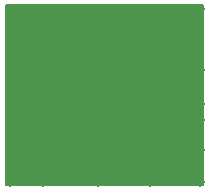
<source format=gbl>
%FSLAX24Y24*%
%MOIN*%
G70*
G01*
G75*
G04 Layer_Physical_Order=2*
G04 Layer_Color=16711680*
%ADD10C,0.0070*%
%ADD11O,0.0354X0.0110*%
%ADD12O,0.0110X0.0354*%
%ADD13R,0.0512X0.0591*%
%ADD14R,0.0250X0.0200*%
%ADD15R,0.0433X0.0472*%
%ADD16R,0.0200X0.0250*%
%ADD17C,0.0060*%
%ADD18C,0.0100*%
%ADD19C,0.0300*%
%ADD20C,0.0320*%
D10*
X125Y590D02*
X6705D01*
X125Y640D02*
X6705D01*
X125Y490D02*
X6705D01*
X125Y540D02*
X6705D01*
X125Y790D02*
X6705D01*
X125Y840D02*
X6705D01*
X125Y690D02*
X6705D01*
X125Y740D02*
X6705D01*
X125Y190D02*
X6705D01*
X125Y240D02*
X6705D01*
X125Y125D02*
X6705D01*
X125Y140D02*
X6705D01*
X125Y390D02*
X6705D01*
X125Y440D02*
X6705D01*
X125Y290D02*
X6705D01*
X125Y340D02*
X6705D01*
X125Y990D02*
X6705D01*
X125Y1040D02*
X6705D01*
X125Y890D02*
X6705D01*
X125Y940D02*
X6705D01*
X125Y1190D02*
X6705D01*
X125Y1240D02*
X6705D01*
X125Y1090D02*
X6705D01*
X125Y1140D02*
X6705D01*
X150Y125D02*
Y6125D01*
X125Y125D02*
Y6125D01*
X350Y125D02*
Y6125D01*
X200Y125D02*
Y6125D01*
X300Y125D02*
Y6125D01*
X250Y125D02*
Y6125D01*
X125Y1290D02*
X6705D01*
X125Y1340D02*
X6705D01*
X125Y1890D02*
X6705D01*
X125Y1940D02*
X6705D01*
X125Y1790D02*
X6705D01*
X125Y1840D02*
X6705D01*
X125Y2090D02*
X6705D01*
X125Y2140D02*
X6705D01*
X125Y1990D02*
X6705D01*
X125Y2040D02*
X6705D01*
X125Y1490D02*
X6705D01*
X125Y1540D02*
X6705D01*
X125Y1390D02*
X6705D01*
X125Y1440D02*
X6705D01*
X125Y1690D02*
X6705D01*
X125Y1740D02*
X6705D01*
X125Y1590D02*
X6705D01*
X125Y1640D02*
X6705D01*
X125Y2690D02*
X6705D01*
X125Y2740D02*
X6705D01*
X125Y2590D02*
X6705D01*
X125Y2640D02*
X6705D01*
X125Y2890D02*
X6705D01*
X125Y2940D02*
X6705D01*
X125Y2790D02*
X6705D01*
X125Y2840D02*
X6705D01*
X125Y2290D02*
X6705D01*
X125Y2340D02*
X6705D01*
X125Y2190D02*
X6705D01*
X125Y2240D02*
X6705D01*
X125Y2490D02*
X6705D01*
X125Y2540D02*
X6705D01*
X125Y2390D02*
X6705D01*
X125Y2440D02*
X6705D01*
X125Y5090D02*
X6705D01*
X125Y5140D02*
X6705D01*
X125Y4990D02*
X6705D01*
X125Y5040D02*
X6705D01*
X125Y5290D02*
X6705D01*
X125Y5340D02*
X6705D01*
X125Y5190D02*
X6705D01*
X125Y5240D02*
X6705D01*
X125Y4690D02*
X6705D01*
X125Y4740D02*
X6705D01*
X125Y4590D02*
X6705D01*
X125Y4640D02*
X6705D01*
X125Y4890D02*
X6705D01*
X125Y4940D02*
X6705D01*
X125Y4790D02*
X6705D01*
X125Y4840D02*
X6705D01*
X125Y5890D02*
X6705D01*
X125Y5940D02*
X6705D01*
X125Y5790D02*
X6705D01*
X125Y5840D02*
X6705D01*
X125Y6090D02*
X6705D01*
X125Y6125D02*
X6705D01*
X125Y5990D02*
X6705D01*
X125Y6040D02*
X6705D01*
X125Y5490D02*
X6705D01*
X125Y5540D02*
X6705D01*
X125Y5390D02*
X6705D01*
X125Y5440D02*
X6705D01*
X125Y5690D02*
X6705D01*
X125Y5740D02*
X6705D01*
X125Y5590D02*
X6705D01*
X125Y5640D02*
X6705D01*
X125Y3490D02*
X6705D01*
X125Y3540D02*
X6705D01*
X125Y3390D02*
X6705D01*
X125Y3440D02*
X6705D01*
X125Y3690D02*
X6705D01*
X125Y3740D02*
X6705D01*
X125Y3590D02*
X6705D01*
X125Y3640D02*
X6705D01*
X125Y3090D02*
X6705D01*
X125Y3140D02*
X6705D01*
X125Y2990D02*
X6705D01*
X125Y3040D02*
X6705D01*
X125Y3290D02*
X6705D01*
X125Y3340D02*
X6705D01*
X125Y3190D02*
X6705D01*
X125Y3240D02*
X6705D01*
X125Y4290D02*
X6705D01*
X125Y4340D02*
X6705D01*
X125Y4190D02*
X6705D01*
X125Y4240D02*
X6705D01*
X125Y4490D02*
X6705D01*
X125Y4540D02*
X6705D01*
X125Y4390D02*
X6705D01*
X125Y4440D02*
X6705D01*
X125Y3890D02*
X6705D01*
X125Y3940D02*
X6705D01*
X125Y3790D02*
X6705D01*
X125Y3840D02*
X6705D01*
X125Y4090D02*
X6705D01*
X125Y4140D02*
X6705D01*
X125Y3990D02*
X6705D01*
X125Y4040D02*
X6705D01*
X4650Y125D02*
Y6125D01*
X4600Y125D02*
Y6125D01*
X4750Y125D02*
Y6125D01*
X4700Y125D02*
Y6125D01*
X4450Y125D02*
Y6125D01*
X4400Y125D02*
Y6125D01*
X4550Y125D02*
Y6125D01*
X4500Y125D02*
Y6125D01*
X5050Y125D02*
Y6125D01*
X5000Y125D02*
Y6125D01*
X5150Y125D02*
Y6125D01*
X5100Y125D02*
Y6125D01*
X4850Y125D02*
Y6125D01*
X4800Y125D02*
Y6125D01*
X4950Y125D02*
Y6125D01*
X4900Y125D02*
Y6125D01*
X3850Y125D02*
Y6125D01*
X3800Y125D02*
Y6125D01*
X3950Y125D02*
Y6125D01*
X3900Y125D02*
Y6125D01*
X3650Y125D02*
Y6125D01*
X3600Y125D02*
Y6125D01*
X3750Y125D02*
Y6125D01*
X3700Y125D02*
Y6125D01*
X4250Y125D02*
Y6125D01*
X4200Y125D02*
Y6125D01*
X4350Y125D02*
Y6125D01*
X4300Y125D02*
Y6125D01*
X4050Y125D02*
Y6125D01*
X4000Y125D02*
Y6125D01*
X4150Y125D02*
Y6125D01*
X4100Y125D02*
Y6125D01*
X6250Y125D02*
Y6125D01*
X6200Y125D02*
Y6125D01*
X6350Y125D02*
Y6125D01*
X6300Y125D02*
Y6125D01*
X6050Y125D02*
Y6125D01*
X6000Y125D02*
Y6125D01*
X6150Y125D02*
Y6125D01*
X6100Y125D02*
Y6125D01*
X6650Y125D02*
Y6125D01*
X6600Y125D02*
Y6125D01*
X6705Y125D02*
Y6125D01*
X6700Y125D02*
Y6125D01*
X6450Y125D02*
Y6125D01*
X6400Y125D02*
Y6125D01*
X6550Y125D02*
Y6125D01*
X6500Y125D02*
Y6125D01*
X5450Y125D02*
Y6125D01*
X5400Y125D02*
Y6125D01*
X5550Y125D02*
Y6125D01*
X5500Y125D02*
Y6125D01*
X5250Y125D02*
Y6125D01*
X5200Y125D02*
Y6125D01*
X5350Y125D02*
Y6125D01*
X5300Y125D02*
Y6125D01*
X5850Y125D02*
Y6125D01*
X5800Y125D02*
Y6125D01*
X5950Y125D02*
Y6125D01*
X5900Y125D02*
Y6125D01*
X5650Y125D02*
Y6125D01*
X5600Y125D02*
Y6125D01*
X5750Y125D02*
Y6125D01*
X5700Y125D02*
Y6125D01*
X1450Y125D02*
Y6125D01*
X1400Y125D02*
Y6125D01*
X1550Y125D02*
Y6125D01*
X1500Y125D02*
Y6125D01*
X1250Y125D02*
Y6125D01*
X1200Y125D02*
Y6125D01*
X1350Y125D02*
Y6125D01*
X1300Y125D02*
Y6125D01*
X1850Y125D02*
Y6125D01*
X1800Y125D02*
Y6125D01*
X1950Y125D02*
Y6125D01*
X1900Y125D02*
Y6125D01*
X1650Y125D02*
Y6125D01*
X1600Y125D02*
Y6125D01*
X1750Y125D02*
Y6125D01*
X1700Y125D02*
Y6125D01*
X650Y125D02*
Y6125D01*
X600Y125D02*
Y6125D01*
X750Y125D02*
Y6125D01*
X700Y125D02*
Y6125D01*
X450Y125D02*
Y6125D01*
X400Y125D02*
Y6125D01*
X550Y125D02*
Y6125D01*
X500Y125D02*
Y6125D01*
X1050Y125D02*
Y6125D01*
X1000Y125D02*
Y6125D01*
X1150Y125D02*
Y6125D01*
X1100Y125D02*
Y6125D01*
X850Y125D02*
Y6125D01*
X800Y125D02*
Y6125D01*
X950Y125D02*
Y6125D01*
X900Y125D02*
Y6125D01*
X3050Y125D02*
Y6125D01*
X3000Y125D02*
Y6125D01*
X3150Y125D02*
Y6125D01*
X3100Y125D02*
Y6125D01*
X2850Y125D02*
Y6125D01*
X2800Y125D02*
Y6125D01*
X2950Y125D02*
Y6125D01*
X2900Y125D02*
Y6125D01*
X3450Y125D02*
Y6125D01*
X3400Y125D02*
Y6125D01*
X3550Y125D02*
Y6125D01*
X3500Y125D02*
Y6125D01*
X3250Y125D02*
Y6125D01*
X3200Y125D02*
Y6125D01*
X3350Y125D02*
Y6125D01*
X3300Y125D02*
Y6125D01*
X2250Y125D02*
Y6125D01*
X2200Y125D02*
Y6125D01*
X2350Y125D02*
Y6125D01*
X2300Y125D02*
Y6125D01*
X2050Y125D02*
Y6125D01*
X2000Y125D02*
Y6125D01*
X2150Y125D02*
Y6125D01*
X2100Y125D02*
Y6125D01*
X2650Y125D02*
Y6125D01*
X2600Y125D02*
Y6125D01*
X2750Y125D02*
Y6125D01*
X2700Y125D02*
Y6125D01*
X2450Y125D02*
Y6125D01*
X2400Y125D02*
Y6125D01*
X2550Y125D02*
Y6125D01*
X2500Y125D02*
Y6125D01*
D20*
X4930Y250D02*
D03*
X250Y900D02*
D03*
X1850Y4790D02*
D03*
X4990Y5500D02*
D03*
X6580Y3980D02*
D03*
X5150Y2230D02*
D03*
X6580Y6000D02*
D03*
X5640Y4940D02*
D03*
Y2840D02*
D03*
X5890Y3710D02*
D03*
X4080Y6000D02*
D03*
X3620Y5420D02*
D03*
X250Y6000D02*
D03*
X4690Y1580D02*
D03*
X3230Y2410D02*
D03*
X6580Y2840D02*
D03*
X4000Y1580D02*
D03*
X3180Y250D02*
D03*
X1350D02*
D03*
X6580D02*
D03*
X4030Y2780D02*
D03*
X2340Y3590D02*
D03*
X3390Y4040D02*
D03*
X2340Y4290D02*
D03*
X3140Y3240D02*
D03*
X2740Y4290D02*
D03*
X2260Y2410D02*
D03*
X1230Y5680D02*
D03*
X5490Y6000D02*
D03*
X1940D02*
D03*
X3990Y640D02*
D03*
X3150Y1150D02*
D03*
X830Y5680D02*
D03*
X250Y250D02*
D03*
X1950Y1150D02*
D03*
X2500D02*
D03*
X250Y4780D02*
D03*
Y2190D02*
D03*
Y3420D02*
D03*
X6580Y2300D02*
D03*
Y1320D02*
D03*
M02*

</source>
